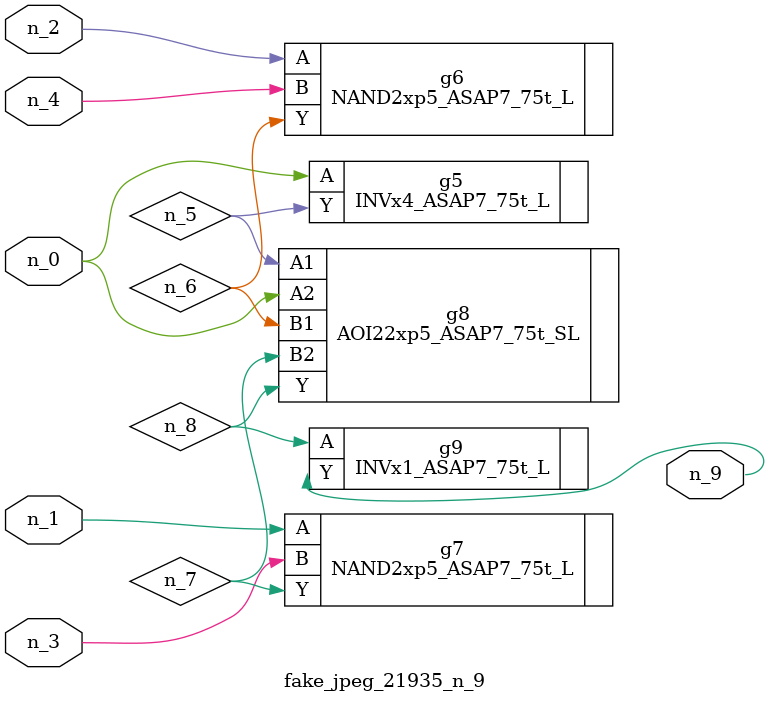
<source format=v>
module fake_jpeg_21935_n_9 (n_3, n_2, n_1, n_0, n_4, n_9);

input n_3;
input n_2;
input n_1;
input n_0;
input n_4;

output n_9;

wire n_8;
wire n_6;
wire n_5;
wire n_7;

INVx4_ASAP7_75t_L g5 ( 
.A(n_0),
.Y(n_5)
);

NAND2xp5_ASAP7_75t_L g6 ( 
.A(n_2),
.B(n_4),
.Y(n_6)
);

NAND2xp5_ASAP7_75t_L g7 ( 
.A(n_1),
.B(n_3),
.Y(n_7)
);

AOI22xp5_ASAP7_75t_SL g8 ( 
.A1(n_5),
.A2(n_0),
.B1(n_6),
.B2(n_7),
.Y(n_8)
);

INVx1_ASAP7_75t_L g9 ( 
.A(n_8),
.Y(n_9)
);


endmodule
</source>
